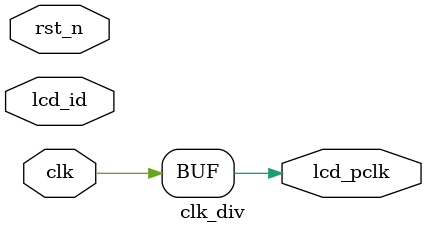
<source format=v>

module clk_div(
    input               clk,          //50Mhz
    input               rst_n,
    input       [15:0]  lcd_id,
    output  reg         lcd_pclk
    );

reg          clk_25m;
reg          clk_12_5m;
reg          div_4_cnt;

//*****************************************************
//**                    main code
//*****************************************************

//Ê±ÖÓ2·ÖÆµ Êä³ö25MHzÊ±ÖÓ 
always @(posedge clk or negedge rst_n) begin
    if(!rst_n)
        clk_25m <= 1'b0;
    else
        clk_25m <= ~clk_25m;
end

//Ê±ÖÓ4·ÖÆµ Êä³ö12.5MHzÊ±ÖÓ 
always @(posedge clk or negedge rst_n) begin
    if(!rst_n) begin
        div_4_cnt <= 1'b0;
        clk_12_5m <= 1'b0;
    end    
    else begin
        div_4_cnt <= div_4_cnt + 1'b1;
        if(div_4_cnt == 1'b1)
            clk_12_5m <= ~clk_12_5m;
        else
            clk_12_5m <= clk_12_5m;
    end        
end

always @(*) begin
    case(16'h7016)//lcd_id
        16'h4342 : lcd_pclk = clk_12_5m;
        16'h7084 : lcd_pclk = clk_25m;
        16'h7016 : lcd_pclk = clk;
        16'h4384 : lcd_pclk = clk_25m;
        16'h1018 : lcd_pclk = clk;
        default :  lcd_pclk = 1'b0;
    endcase
end

endmodule

</source>
